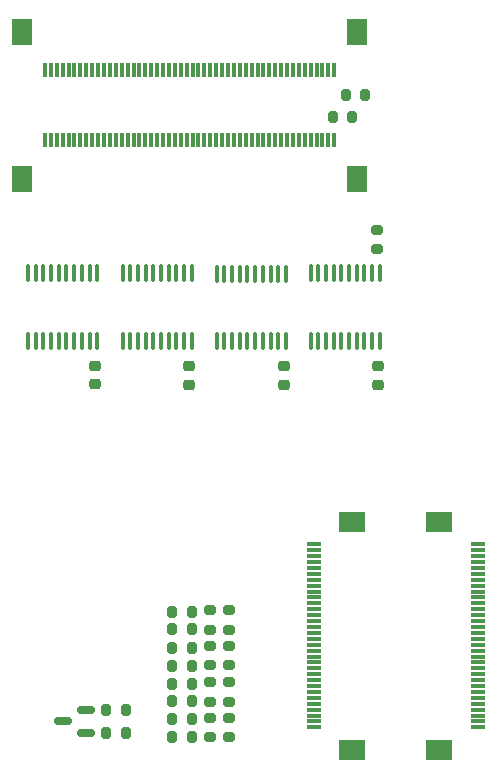
<source format=gbr>
%TF.GenerationSoftware,KiCad,Pcbnew,(7.0.0)*%
%TF.CreationDate,2023-04-05T00:45:08+02:00*%
%TF.ProjectId,TTL_to_HDMI,54544c5f-746f-45f4-9844-4d492e6b6963,4.0*%
%TF.SameCoordinates,Original*%
%TF.FileFunction,Paste,Top*%
%TF.FilePolarity,Positive*%
%FSLAX46Y46*%
G04 Gerber Fmt 4.6, Leading zero omitted, Abs format (unit mm)*
G04 Created by KiCad (PCBNEW (7.0.0)) date 2023-04-05 00:45:08*
%MOMM*%
%LPD*%
G01*
G04 APERTURE LIST*
G04 Aperture macros list*
%AMRoundRect*
0 Rectangle with rounded corners*
0 $1 Rounding radius*
0 $2 $3 $4 $5 $6 $7 $8 $9 X,Y pos of 4 corners*
0 Add a 4 corners polygon primitive as box body*
4,1,4,$2,$3,$4,$5,$6,$7,$8,$9,$2,$3,0*
0 Add four circle primitives for the rounded corners*
1,1,$1+$1,$2,$3*
1,1,$1+$1,$4,$5*
1,1,$1+$1,$6,$7*
1,1,$1+$1,$8,$9*
0 Add four rect primitives between the rounded corners*
20,1,$1+$1,$2,$3,$4,$5,0*
20,1,$1+$1,$4,$5,$6,$7,0*
20,1,$1+$1,$6,$7,$8,$9,0*
20,1,$1+$1,$8,$9,$2,$3,0*%
G04 Aperture macros list end*
%ADD10RoundRect,0.200000X-0.200000X-0.275000X0.200000X-0.275000X0.200000X0.275000X-0.200000X0.275000X0*%
%ADD11RoundRect,0.200000X-0.275000X0.200000X-0.275000X-0.200000X0.275000X-0.200000X0.275000X0.200000X0*%
%ADD12R,1.300000X0.300000*%
%ADD13R,2.200000X1.800000*%
%ADD14RoundRect,0.100000X-0.100000X0.637500X-0.100000X-0.637500X0.100000X-0.637500X0.100000X0.637500X0*%
%ADD15R,0.300000X1.300000*%
%ADD16R,1.800000X2.200000*%
%ADD17RoundRect,0.200000X0.275000X-0.200000X0.275000X0.200000X-0.275000X0.200000X-0.275000X-0.200000X0*%
%ADD18RoundRect,0.225000X0.250000X-0.225000X0.250000X0.225000X-0.250000X0.225000X-0.250000X-0.225000X0*%
%ADD19RoundRect,0.150000X0.587500X0.150000X-0.587500X0.150000X-0.587500X-0.150000X0.587500X-0.150000X0*%
%ADD20RoundRect,0.200000X0.200000X0.275000X-0.200000X0.275000X-0.200000X-0.275000X0.200000X-0.275000X0*%
G04 APERTURE END LIST*
D10*
%TO.C,R5*%
X90275000Y-135500000D03*
X91925000Y-135500000D03*
%TD*%
%TO.C,R10*%
X90275000Y-128000000D03*
X91925000Y-128000000D03*
%TD*%
D11*
%TO.C,R14*%
X95100000Y-133875000D03*
X95100000Y-135525000D03*
%TD*%
D12*
%TO.C,J1*%
X102249999Y-134699999D03*
X102249999Y-134199999D03*
X102249999Y-133699999D03*
X102249999Y-133199999D03*
X102249999Y-132699999D03*
X102249999Y-132199999D03*
X102249999Y-131699999D03*
X102249999Y-131199999D03*
X102249999Y-130699999D03*
X102249999Y-130199999D03*
X102249999Y-129699999D03*
X102249999Y-129199999D03*
X102249999Y-128699999D03*
X102249999Y-128199999D03*
X102249999Y-127699999D03*
X102249999Y-127199999D03*
X102249999Y-126699999D03*
X102249999Y-126199999D03*
X102249999Y-125699999D03*
X102249999Y-125199999D03*
X102249999Y-124699999D03*
X102249999Y-124199999D03*
X102249999Y-123699999D03*
X102249999Y-123199999D03*
X102249999Y-122699999D03*
X102249999Y-122199999D03*
X102249999Y-121699999D03*
X102249999Y-121199999D03*
X102249999Y-120699999D03*
X102249999Y-120199999D03*
X102249999Y-119699999D03*
X102249999Y-119199999D03*
D13*
X105499999Y-136599999D03*
X105499999Y-117299999D03*
%TD*%
D10*
%TO.C,R13*%
X90275000Y-124900000D03*
X91925000Y-124900000D03*
%TD*%
D14*
%TO.C,U6*%
X99900000Y-96275000D03*
X99250000Y-96275000D03*
X98600000Y-96275000D03*
X97950000Y-96275000D03*
X97300000Y-96275000D03*
X96650000Y-96275000D03*
X96000000Y-96275000D03*
X95350000Y-96275000D03*
X94700000Y-96275000D03*
X94050000Y-96275000D03*
X94050000Y-102000000D03*
X94700000Y-102000000D03*
X95350000Y-102000000D03*
X96000000Y-102000000D03*
X96650000Y-102000000D03*
X97300000Y-102000000D03*
X97950000Y-102000000D03*
X98600000Y-102000000D03*
X99250000Y-102000000D03*
X99900000Y-102000000D03*
%TD*%
D10*
%TO.C,R6*%
X90275000Y-134000000D03*
X91925000Y-134000000D03*
%TD*%
D15*
%TO.C,U2*%
X79499999Y-84999999D03*
X79999999Y-84999999D03*
X80499999Y-84999999D03*
X80999999Y-84999999D03*
X81499999Y-84999999D03*
X81999999Y-84999999D03*
X82499999Y-84999999D03*
X82999999Y-84999999D03*
X83499999Y-84999999D03*
X83999999Y-84999999D03*
X84499999Y-84999999D03*
X84999999Y-84999999D03*
X85499999Y-84999999D03*
X85999999Y-84999999D03*
X86499999Y-84999999D03*
X86999999Y-84999999D03*
X87499999Y-84999999D03*
X87999999Y-84999999D03*
X88499999Y-84999999D03*
X88999999Y-84999999D03*
X89499999Y-84999999D03*
X89999999Y-84999999D03*
X90499999Y-84999999D03*
X90999999Y-84999999D03*
X91499999Y-84999999D03*
X91999999Y-84999999D03*
X92499999Y-84999999D03*
X92999999Y-84999999D03*
X93499999Y-84999999D03*
X93999999Y-84999999D03*
X94499999Y-84999999D03*
X94999999Y-84999999D03*
X95499999Y-84999999D03*
X95999999Y-84999999D03*
X96499999Y-84999999D03*
X96999999Y-84999999D03*
X97499999Y-84999999D03*
X97999999Y-84999999D03*
X98499999Y-84999999D03*
X98999999Y-84999999D03*
X99499999Y-84999999D03*
X99999999Y-84999999D03*
X100499999Y-84999999D03*
X100999999Y-84999999D03*
X101499999Y-84999999D03*
X101999999Y-84999999D03*
X102499999Y-84999999D03*
X102999999Y-84999999D03*
X103499999Y-84999999D03*
X103999999Y-84999999D03*
D16*
X77599999Y-88249999D03*
X105899999Y-88249999D03*
%TD*%
D17*
%TO.C,R20*%
X95100000Y-126425000D03*
X95100000Y-124775000D03*
%TD*%
D11*
%TO.C,R18*%
X93500000Y-127775000D03*
X93500000Y-129425000D03*
%TD*%
D18*
%TO.C,C7*%
X91700000Y-105675000D03*
X91700000Y-104125000D03*
%TD*%
D12*
%TO.C,J2*%
X116149999Y-119199999D03*
X116149999Y-119699999D03*
X116149999Y-120199999D03*
X116149999Y-120699999D03*
X116149999Y-121199999D03*
X116149999Y-121699999D03*
X116149999Y-122199999D03*
X116149999Y-122699999D03*
X116149999Y-123199999D03*
X116149999Y-123699999D03*
X116149999Y-124199999D03*
X116149999Y-124699999D03*
X116149999Y-125199999D03*
X116149999Y-125699999D03*
X116149999Y-126199999D03*
X116149999Y-126699999D03*
X116149999Y-127199999D03*
X116149999Y-127699999D03*
X116149999Y-128199999D03*
X116149999Y-128699999D03*
X116149999Y-129199999D03*
X116149999Y-129699999D03*
X116149999Y-130199999D03*
X116149999Y-130699999D03*
X116149999Y-131199999D03*
X116149999Y-131699999D03*
X116149999Y-132199999D03*
X116149999Y-132699999D03*
X116149999Y-133199999D03*
X116149999Y-133699999D03*
X116149999Y-134199999D03*
X116149999Y-134699999D03*
D13*
X112899999Y-117299999D03*
X112899999Y-136599999D03*
%TD*%
D10*
%TO.C,R7*%
X90275000Y-132500000D03*
X91925000Y-132500000D03*
%TD*%
D15*
%TO.C,U1*%
X103999999Y-79049999D03*
X103499999Y-79049999D03*
X102999999Y-79049999D03*
X102499999Y-79049999D03*
X101999999Y-79049999D03*
X101499999Y-79049999D03*
X100999999Y-79049999D03*
X100499999Y-79049999D03*
X99999999Y-79049999D03*
X99499999Y-79049999D03*
X98999999Y-79049999D03*
X98499999Y-79049999D03*
X97999999Y-79049999D03*
X97499999Y-79049999D03*
X96999999Y-79049999D03*
X96499999Y-79049999D03*
X95999999Y-79049999D03*
X95499999Y-79049999D03*
X94999999Y-79049999D03*
X94499999Y-79049999D03*
X93999999Y-79049999D03*
X93499999Y-79049999D03*
X92999999Y-79049999D03*
X92499999Y-79049999D03*
X91999999Y-79049999D03*
X91499999Y-79049999D03*
X90999999Y-79049999D03*
X90499999Y-79049999D03*
X89999999Y-79049999D03*
X89499999Y-79049999D03*
X88999999Y-79049999D03*
X88499999Y-79049999D03*
X87999999Y-79049999D03*
X87499999Y-79049999D03*
X86999999Y-79049999D03*
X86499999Y-79049999D03*
X85999999Y-79049999D03*
X85499999Y-79049999D03*
X84999999Y-79049999D03*
X84499999Y-79049999D03*
X83999999Y-79049999D03*
X83499999Y-79049999D03*
X82999999Y-79049999D03*
X82499999Y-79049999D03*
X81999999Y-79049999D03*
X81499999Y-79049999D03*
X80999999Y-79049999D03*
X80499999Y-79049999D03*
X79999999Y-79049999D03*
X79499999Y-79049999D03*
D16*
X105899999Y-75799999D03*
X77599999Y-75799999D03*
%TD*%
D19*
%TO.C,Q2*%
X82937500Y-135150000D03*
X82937500Y-133250000D03*
X81062500Y-134200000D03*
%TD*%
D14*
%TO.C,U8*%
X83925000Y-96237500D03*
X83275000Y-96237500D03*
X82625000Y-96237500D03*
X81975000Y-96237500D03*
X81325000Y-96237500D03*
X80675000Y-96237500D03*
X80025000Y-96237500D03*
X79375000Y-96237500D03*
X78725000Y-96237500D03*
X78075000Y-96237500D03*
X78075000Y-101962500D03*
X78725000Y-101962500D03*
X79375000Y-101962500D03*
X80025000Y-101962500D03*
X80675000Y-101962500D03*
X81325000Y-101962500D03*
X81975000Y-101962500D03*
X82625000Y-101962500D03*
X83275000Y-101962500D03*
X83925000Y-101962500D03*
%TD*%
D17*
%TO.C,R17*%
X95100000Y-132525000D03*
X95100000Y-130875000D03*
%TD*%
%TO.C,R21*%
X93500000Y-126425000D03*
X93500000Y-124775000D03*
%TD*%
D10*
%TO.C,R11*%
X104975000Y-81200000D03*
X106625000Y-81200000D03*
%TD*%
D11*
%TO.C,R3*%
X107600000Y-92575000D03*
X107600000Y-94225000D03*
%TD*%
D14*
%TO.C,U7*%
X91925000Y-96237500D03*
X91275000Y-96237500D03*
X90625000Y-96237500D03*
X89975000Y-96237500D03*
X89325000Y-96237500D03*
X88675000Y-96237500D03*
X88025000Y-96237500D03*
X87375000Y-96237500D03*
X86725000Y-96237500D03*
X86075000Y-96237500D03*
X86075000Y-101962500D03*
X86725000Y-101962500D03*
X87375000Y-101962500D03*
X88025000Y-101962500D03*
X88675000Y-101962500D03*
X89325000Y-101962500D03*
X89975000Y-101962500D03*
X90625000Y-101962500D03*
X91275000Y-101962500D03*
X91925000Y-101962500D03*
%TD*%
D10*
%TO.C,R4*%
X103875000Y-83000000D03*
X105525000Y-83000000D03*
%TD*%
%TO.C,R8*%
X90275000Y-131000000D03*
X91925000Y-131000000D03*
%TD*%
%TO.C,R1*%
X84675000Y-135200000D03*
X86325000Y-135200000D03*
%TD*%
D11*
%TO.C,R15*%
X93500000Y-133875000D03*
X93500000Y-135525000D03*
%TD*%
D18*
%TO.C,C8*%
X83700000Y-105650000D03*
X83700000Y-104100000D03*
%TD*%
D14*
%TO.C,U3*%
X107850000Y-96237500D03*
X107200000Y-96237500D03*
X106550000Y-96237500D03*
X105900000Y-96237500D03*
X105250000Y-96237500D03*
X104600000Y-96237500D03*
X103950000Y-96237500D03*
X103300000Y-96237500D03*
X102650000Y-96237500D03*
X102000000Y-96237500D03*
X102000000Y-101962500D03*
X102650000Y-101962500D03*
X103300000Y-101962500D03*
X103950000Y-101962500D03*
X104600000Y-101962500D03*
X105250000Y-101962500D03*
X105900000Y-101962500D03*
X106550000Y-101962500D03*
X107200000Y-101962500D03*
X107850000Y-101962500D03*
%TD*%
D18*
%TO.C,C3*%
X107700000Y-105675000D03*
X107700000Y-104125000D03*
%TD*%
D10*
%TO.C,R12*%
X90275000Y-126400000D03*
X91925000Y-126400000D03*
%TD*%
D11*
%TO.C,R19*%
X95100000Y-127775000D03*
X95100000Y-129425000D03*
%TD*%
D20*
%TO.C,R2*%
X86325000Y-133200000D03*
X84675000Y-133200000D03*
%TD*%
D17*
%TO.C,R16*%
X93500000Y-132525000D03*
X93500000Y-130875000D03*
%TD*%
D18*
%TO.C,C4*%
X99700000Y-105675000D03*
X99700000Y-104125000D03*
%TD*%
D10*
%TO.C,R9*%
X90275000Y-129500000D03*
X91925000Y-129500000D03*
%TD*%
M02*

</source>
